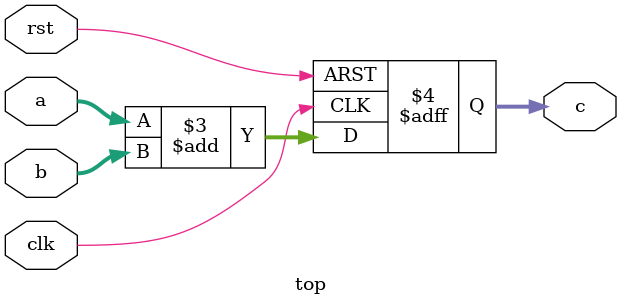
<source format=v>
module top(
  input            clk,
  input            rst,
  input      [3:0] a,
  input      [3:0] b,
  output reg [3:0] c
);

  always @(posedge clk, negedge rst) begin
    if (!rst) begin
        c <= 'b0;
    end else begin
        c <= a + b;
    end
  end

endmodule

</source>
